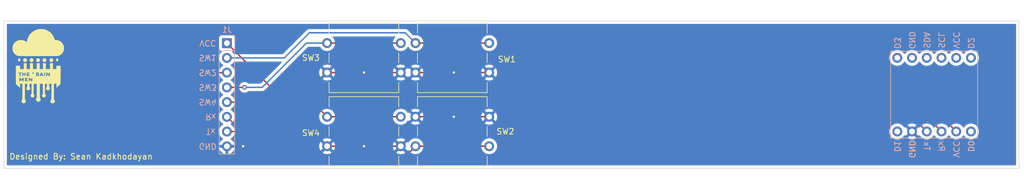
<source format=kicad_pcb>
(kicad_pcb (version 20211014) (generator pcbnew)
  (layers (0 "F.Cu" signal) (31 "B.Cu" power "GND") (34 "B.Paste" user) (35 "F.Paste" user) (36 "B.SilkS" user "B.Silkscreen") (37 "F.SilkS" user "F.Silkscreen") (38 "B.Mask" user) (39 "F.Mask" user) (44 "Edge.Cuts" user))
  (net 0 "")
  (net 1 "VCC")
  (net 2 "Net-(J1-Pad2)")
  (net 3 "Net-(J1-Pad3)")
  (net 4 "Net-(J1-Pad4)")
  (net 5 "Net-(J1-Pad5)")
  (net 6 "Net-(J1-Pad6)")
  (net 7 "Net-(J1-Pad7)")
  (net 8 "GND")
  (footprint "SeanFootprints:COM-10302" (layer "F.Cu") (at 139.954 96.012)
    (fp_text reference "SW2" (at 15.494 -2.54 unlocked) (layer "F.SilkS"))
    (fp_text value "SW_Push")
    (fp_line (start 0.35 -2.54) (end 0.35 -3.37) (layer "F.SilkS") (width 0.12))
    (fp_line (start 0.35 -2.54) (end 0.35 -1.71) (layer "F.SilkS") (width 0.12))
    (fp_line (start 0.35 -8.54) (end 0.35 -6.79) (layer "F.SilkS") (width 0.12))
    (fp_line (start 12.35 -2.54) (end 12.35 -1.71) (layer "F.SilkS") (width 0.12))
    (fp_line (start 12.35 -2.54) (end 12.35 -3.37) (layer "F.SilkS") (width 0.12))
    (fp_line (start 0.35 3.46) (end 0.35 1.71) (layer "F.SilkS") (width 0.12))
    (fp_line (start 12.35 -8.54) (end 0.35 -8.54) (layer "F.SilkS") (width 0.12))
    (fp_line (start 12.35 -8.54) (end 12.35 -6.79) (layer "F.SilkS") (width 0.12))
    (fp_line (start 12.35 3.46) (end 0.35 3.46) (layer "F.SilkS") (width 0.12))
    (fp_line (start 12.35 3.46) (end 12.35 1.71) (layer "F.SilkS") (width 0.12))
    (pad "1" thru_hole circle (at 12.7 0) (size 1.7 1.7) (drill 1) (layers *.Cu *.Mask) (net 3 "Net-(J1-Pad3)"))
    (pad "1" thru_hole circle (at 0 0) (size 1.7 1.7) (drill 1) (layers *.Cu *.Mask) (net 3 "Net-(J1-Pad3)"))
    (pad "2" thru_hole circle (at 0 -5.08) (size 1.7 1.7) (drill 1) (layers *.Cu *.Mask) (net 8 "GND"))
    (pad "2" thru_hole circle (at 12.7 -5.08) (size 1.7 1.7) (drill 1) (layers *.Cu *.Mask) (net 8 "GND"))
  )
  (footprint "LOGO" (layer "F.Cu") (at 74.422 82.296)
    (fp_text reference "G***")
    (fp_text value "LOGO" hide)
    (fp_poly (pts (xy 1.174824 -6.491295) (xy 1.335134 -6.480365) (xy 1.478435 -6.460047) (xy 1.615539 -6.428581) (xy 1.757258 -6.384207) (xy 1.832614 -6.356859) (xy 2.110123 -6.232256) (xy 2.367808 -6.075849) (xy 2.603093 -5.890374) (xy 2.813402 -5.678569) (xy 2.996159 -5.443171) (xy 3.148788 -5.186915) (xy 3.268714 -4.91254) (xy 3.310513 -4.786592) (xy 3.366232 -4.601308) (xy 3.554573 -4.59877) (xy 3.787918 -4.576976) (xy 4.008365 -4.51911) (xy 4.213332 -4.426792) (xy 4.400237 -4.30164) (xy 4.5665 -4.145274) (xy 4.709537 -3.959312) (xy 4.787775 -3.825371) (xy 4.876827 -3.613245) (xy 4.929558 -3.391612) (xy 4.945989 -3.165326) (xy 4.92614 -2.939245) (xy 4.87003 -2.718224) (xy 4.782313 -2.515771) (xy 4.666326 -2.334332) (xy 4.524541 -2.174503) (xy 4.361988 -2.040063) (xy 4.183692 -1.934789) (xy 3.99468 -1.862459) (xy 3.878384 -1.836473) (xy 3.845755 -1.834324) (xy 3.776688 -1.832319) (xy 3.673663 -1.830459) (xy 3.539159 -1.828742) (xy 3.375655 -1.827169) (xy 3.185632 -1.82574) (xy 2.971568 -1.824454) (xy 2.735943 -1.823312) (xy 2.481237 -1.822312) (xy 2.209929 -1.821454) (xy 1.924498 -1.82074) (xy 1.627424 -1.820167) (xy 1.321186 -1.819737) (xy 1.008265 -1.819448) (xy 0.691138 -1.819302) (xy 0.372287 -1.819296) (xy 0.05419 -1.819432) (xy -0.260674 -1.819709) (xy -0.569824 -1.820127) (xy -0.870781 -1.820685) (xy -1.161067 -1.821384) (xy -1.438201 -1.822222) (xy -1.699703 -1.823201) (xy -1.943095 -1.82432) (xy -2.165897 -1.825578) (xy -2.36563 -1.826976) (xy -2.539813 -1.828512) (xy -2.685968 -1.830188) (xy -2.801615 -1.832002) (xy -2.884275 -1.833955) (xy -2.931468 -1.836046) (xy -2.940539 -1.837046) (xy -3.13253 -1.895007) (xy -3.314234 -1.98779) (xy -3.481693 -2.111655) (xy -3.630952 -2.262864) (xy -3.758051 -2.437677) (xy -3.859035 -2.632355) (xy -3.901555 -2.745154) (xy -3.937058 -2.894213) (xy -3.955324 -3.064576) (xy -3.956176 -3.242391) (xy -3.939437 -3.413806) (xy -3.911768 -3.542307) (xy -3.828102 -3.76735) (xy -3.712772 -3.970096) (xy -3.567226 -4.148818) (xy -3.39291 -4.301788) (xy -3.191272 -4.42728) (xy -3.155462 -4.445232) (xy -3.014742 -4.509212) (xy -2.891973 -4.553484) (xy -2.773409 -4.581192) (xy -2.645303 -4.595482) (xy -2.493911 -4.599499) (xy -2.481385 -4.599474) (xy -2.33628 -4.595854) (xy -2.22096 -4.585549) (xy -2.126567 -4.567696) (xy -2.110154 -4.563348) (xy -1.983526 -4.520557) (xy -1.846986 -4.46178) (xy -1.714918 -4.394005) (xy -1.601705 -4.324223) (xy -1.568688 -4.300228) (xy -1.466837 -4.222007) (xy -1.45723 -4.284657) (xy -1.41639 -4.520234) (xy -1.369748 -4.724972) (xy -1.314421 -4.907003) (xy -1.247524 -5.074457) (xy -1.166174 -5.235464) (xy -1.067486 -5.398154) (xy -1.05603 -5.415619) (xy -0.875214 -5.654466) (xy -0.665726 -5.86727) (xy -0.428714 -6.053241) (xy -0.165325 -6.211593) (xy 0.123294 -6.341535) (xy 0.435996 -6.442281) (xy 0.439615 -6.443237) (xy 0.515012 -6.462193) (xy 0.581148 -6.475863) (xy 0.64701 -6.485091) (xy 0.721581 -6.490721) (xy 0.813847 -6.493595) (xy 0.932793 -6.494558) (xy 0.986692 -6.494599)) (layer "F.SilkS") (width 0) (fill solid))
    (fp_poly (pts (xy 3.781323 -1.524847) (xy 3.810017 -1.484137) (xy 3.8457 -1.424032) (xy 3.884029 -1.352733) (xy 3.920663 -1.278441) (xy 3.95126 -1.209356) (xy 3.971479 -1.153681) (xy 3.975345 -1.138668) (xy 3.973141 -1.062183) (xy 3.936704 -0.993628) (xy 3.870875 -0.940796) (xy 3.844806 -0.928648) (xy 3.782777 -0.906802) (xy 3.738628 -0.901752) (xy 3.695544 -0.912312) (xy 3.683 -0.91724) (xy 3.617068 -0.964313) (xy 3.574035 -1.038262) (xy 3.562103 -1.088443) (xy 3.56025 -1.12926) (xy 3.568062 -1.17266) (xy 3.588487 -1.227619) (xy 3.624472 -1.303113) (xy 3.647122 -1.347324) (xy 3.688313 -1.42363) (xy 3.72494 -1.485861) (xy 3.752331 -1.526397) (xy 3.763958 -1.537961)) (layer "F.SilkS") (width 0) (fill solid))
    (fp_poly (pts (xy 0.533323 -1.450976) (xy 0.626209 -1.415469) (xy 0.705376 -1.354756) (xy 0.764394 -1.271834) (xy 0.796833 -1.169698) (xy 0.801077 -1.11335) (xy 0.782591 -1.011026) (xy 0.731211 -0.919147) (xy 0.653052 -0.845856) (xy 0.568584 -0.803736) (xy 0.476304 -0.783904) (xy 0.390438 -0.792867) (xy 0.320451 -0.818768) (xy 0.230634 -0.878932) (xy 0.170977 -0.963789) (xy 0.142003 -1.072563) (xy 0.140767 -1.085289) (xy 0.144928 -1.207745) (xy 0.179255 -1.307019) (xy 0.236654 -1.376308) (xy 0.332116 -1.434392) (xy 0.433149 -1.458282)) (layer "F.SilkS") (width 0) (fill solid))
    (fp_poly (pts (xy -2.769551 -1.518803) (xy -2.739899 -1.472979) (xy -2.701758 -1.407788) (xy -2.673666 -1.356797) (xy -2.614783 -1.232937) (xy -2.58517 -1.132383) (xy -2.585055 -1.0523) (xy -2.614663 -0.989852) (xy -2.674221 -0.942203) (xy -2.708003 -0.926013) (xy -2.780102 -0.903221) (xy -2.839362 -0.905497) (xy -2.896086 -0.929226) (xy -2.957157 -0.97872) (xy -2.987851 -1.045625) (xy -2.988172 -1.131732) (xy -2.958121 -1.238832) (xy -2.897702 -1.368715) (xy -2.896797 -1.37041) (xy -2.856273 -1.442518) (xy -2.82089 -1.498669) (xy -2.795327 -1.531807) (xy -2.785957 -1.537601)) (layer "F.SilkS") (width 0) (fill solid))
    (fp_poly (pts (xy 1.690458 -1.439263) (xy 1.773266 -1.392594) (xy 1.839639 -1.325564) (xy 1.886432 -1.243969) (xy 1.910502 -1.153604) (xy 1.908704 -1.060266) (xy 1.877893 -0.969751) (xy 1.814926 -0.887855) (xy 1.799588 -0.874185) (xy 1.704337 -0.81574) (xy 1.59877 -0.78731) (xy 1.493571 -0.790816) (xy 1.435713 -0.808767) (xy 1.357163 -0.860982) (xy 1.291251 -0.937638) (xy 1.248582 -1.025071) (xy 1.240319 -1.060526) (xy 1.240219 -1.177638) (xy 1.274164 -1.281513) (xy 1.33867 -1.3667) (xy 1.430253 -1.42775) (xy 1.488115 -1.448332) (xy 1.59436 -1.459774)) (layer "F.SilkS") (width 0) (fill solid))
    (fp_poly (pts (xy 0.410194 1.161767) (xy 0.460977 1.188068) (xy 0.481383 1.224919) (xy 0.485087 1.267902) (xy 0.465511 1.295284) (xy 0.416333 1.312931) (xy 0.378966 1.319887) (xy 0.32792 1.326174) (xy 0.302686 1.318686) (xy 0.290617 1.29057) (xy 0.286158 1.269599) (xy 0.275501 1.205159) (xy 0.278263 1.169915) (xy 0.297428 1.155402) (xy 0.327269 1.153036)) (layer "F.SilkS") (width 0) (fill solid))
    (fp_poly (pts (xy -1.495493 -0.174101) (xy -1.498404 -0.043169) (xy -1.499868 0.078974) (xy -1.499898 0.185379) (xy -1.49851 0.269094) (xy -1.495719 0.323168) (xy -1.494398 0.333899) (xy -1.481488 0.410308) (xy -0.937846 0.410308) (xy -0.937846 -0.605692) (xy -0.410308 -0.605692) (xy -0.410308 0.410308) (xy 0.234461 0.410308) (xy 0.234461 -0.605692) (xy 0.762 -0.605692) (xy 0.762 0.410308) (xy 1.040423 0.410324) (xy 1.318846 0.410341) (xy 1.313036 -0.097676) (xy 1.307226 -0.605692) (xy 1.817077 -0.605692) (xy 1.817077 0.410308) (xy 2.173654 0.410321) (xy 2.530231 0.410335) (xy 2.524713 -0.097679) (xy 2.519196 -0.605692) (xy 3.028461 -0.605692) (xy 3.028461 0.410308) (xy 3.614615 0.410308) (xy 3.614615 -0.156308) (xy 4.357946 -0.156308) (xy 4.3556 1.392115) (xy 4.355062 1.635358) (xy 4.354219 1.867761) (xy 4.353103 2.086293) (xy 4.351744 2.287925) (xy 4.350173 2.469625) (xy 4.34842 2.628362) (xy 4.346517 2.761104) (xy 4.344494 2.864822) (xy 4.342381 2.936485) (xy 4.34021 2.97306) (xy 4.339516 2.976839) (xy 4.321641 2.999724) (xy 4.2788 3.044551) (xy 4.215182 3.107243) (xy 4.134977 3.183722) (xy 4.042375 3.269913) (xy 3.975082 3.331428) (xy 3.624384 3.649718) (xy 3.613734 2.950308) (xy 3.204308 2.950308) (xy 3.204308 5.611096) (xy 3.270382 5.688289) (xy 3.315463 5.752819) (xy 3.351336 5.824605) (xy 3.360291 5.850612) (xy 3.373108 5.960786) (xy 3.352275 6.064038) (xy 3.303128 6.156121) (xy 3.231003 6.232787) (xy 3.141236 6.289791) (xy 3.039162 6.322887) (xy 2.930117 6.327826) (xy 2.819436 6.300364) (xy 2.803769 6.293533) (xy 2.703997 6.228289) (xy 2.632946 6.141975) (xy 2.591783 6.041234) (xy 2.581677 5.932705) (xy 2.603796 5.823032) (xy 2.659308 5.718854) (xy 2.695129 5.675923) (xy 2.750585 5.617308) (xy 2.757638 4.288692) (xy 2.764692 2.960077) (xy 2.574192 2.954485) (xy 2.383692 2.948892) (xy 2.383692 3.210341) (xy 2.384126 3.316917) (xy 2.386091 3.39152) (xy 2.39058 3.441251) (xy 2.398586 3.473211) (xy 2.411102 3.4945) (xy 2.425466 3.50901) (xy 2.478524 3.579711) (xy 2.510935 3.671032) (xy 2.520185 3.768974) (xy 2.503757 3.859542) (xy 2.492898 3.884239) (xy 2.425169 3.973846) (xy 2.332238 4.040227) (xy 2.223903 4.07753) (xy 2.159157 4.083538) (xy 2.069527 4.066117) (xy 1.982098 4.019303) (xy 1.909828 3.951271) (xy 1.881607 3.908473) (xy 1.842489 3.799695) (xy 1.842146 3.695457) (xy 1.88044 3.59673) (xy 1.936114 3.525134) (xy 1.99414 3.464961) (xy 1.983154 2.960077) (xy 1.821961 2.954402) (xy 1.660769 2.948727) (xy 1.660668 3.628479) (xy 1.660289 3.797364) (xy 1.659262 3.962162) (xy 1.657672 4.116672) (xy 1.655608 4.254692) (xy 1.653156 4.370021) (xy 1.650403 4.456457) (xy 1.648517 4.493846) (xy 1.636467 4.679461) (xy 1.698942 4.747846) (xy 1.774182 4.849532) (xy 1.810907 4.948717) (xy 1.809436 5.047243) (xy 1.770088 5.146956) (xy 1.768507 5.149676) (xy 1.702693 5.227991) (xy 1.616982 5.281423) (xy 1.519792 5.309315) (xy 1.419542 5.31101) (xy 1.324651 5.285853) (xy 1.243537 5.233187) (xy 1.208605 5.193327) (xy 1.160099 5.093585) (xy 1.146063 4.985591) (xy 1.165976 4.878486) (xy 1.219312 4.781411) (xy 1.233118 4.764926) (xy 1.289935 4.701286) (xy 1.284852 3.830681) (xy 1.279769 2.960077) (xy 1.030654 2.954608) (xy 0.781538 2.94914) (xy 0.781538 4.138935) (xy 0.781568 4.38416) (xy 0.781722 4.593324) (xy 0.782097 4.769442) (xy 0.782788 4.91553) (xy 0.783892 5.034602) (xy 0.785505 5.129676) (xy 0.787724 5.203765) (xy 0.790644 5.259886) (xy 0.794363 5.301055) (xy 0.798976 5.330286) (xy 0.80458 5.350595) (xy 0.81127 5.364998) (xy 0.819144 5.37651) (xy 0.821135 5.379069) (xy 0.885022 5.489846) (xy 0.916038 5.613269) (xy 0.918308 5.656384) (xy 0.901261 5.773062) (xy 0.854148 5.87255) (xy 0.783006 5.952605) (xy 0.693874 6.010983) (xy 0.59279 6.045441) (xy 0.485794 6.053736) (xy 0.378924 6.033623) (xy 0.278218 5.98286) (xy 0.207696 5.920395) (xy 0.140741 5.820227) (xy 0.105575 5.708424) (xy 0.102536 5.593294) (xy 0.131961 5.48315) (xy 0.186366 5.395286) (xy 0.234461 5.338128) (xy 0.234461 2.949173) (xy -0.024423 2.954625) (xy -0.283308 2.960077) (xy -0.293486 4.692043) (xy -0.230992 4.779064) (xy -0.188097 4.850776) (xy -0.166574 4.924402) (xy -0.160638 4.977927) (xy -0.158429 5.046681) (xy -0.167111 5.095227) (xy -0.191726 5.141997) (xy -0.21437 5.174311) (xy -0.290609 5.253951) (xy -0.380508 5.298968) (xy -0.489478 5.311738) (xy -0.522888 5.309964) (xy -0.633591 5.283931) (xy -0.721623 5.228236) (xy -0.78319 5.146436) (xy -0.814499 5.04209) (xy -0.815275 5.035703) (xy -0.812092 4.923692) (xy -0.777515 4.827315) (xy -0.720229 4.758346) (xy -0.661527 4.708952) (xy -0.658033 3.834514) (xy -0.654539 2.960077) (xy -1.006231 2.960077) (xy -1.011711 3.210819) (xy -1.017192 3.461561) (xy -0.958862 3.527995) (xy -0.916026 3.58837) (xy -0.883127 3.654555) (xy -0.878252 3.668794) (xy -0.867498 3.767099) (xy -0.890627 3.861725) (xy -0.942515 3.94666) (xy -1.018037 4.015893) (xy -1.11207 4.063411) (xy -1.219489 4.083203) (xy -1.231668 4.083429) (xy -1.294307 4.070729) (xy -1.368442 4.037948) (xy -1.43873 3.993403) (xy -1.489826 3.945414) (xy -1.492283 3.942147) (xy -1.525299 3.872187) (xy -1.540142 3.786106) (xy -1.537989 3.694625) (xy -1.520019 3.608467) (xy -1.487407 3.538351) (xy -1.4433 3.496021) (xy -1.428486 3.484643) (xy -1.418289 3.464773) (xy -1.411866 3.429869) (xy -1.408373 3.373386) (xy -1.406965 3.288782) (xy -1.406769 3.212682) (xy -1.406769 2.948892) (xy -1.597269 2.954485) (xy -1.787769 2.960077) (xy -1.797813 5.610775) (xy -1.732428 5.687163) (xy -1.660949 5.794626) (xy -1.628148 5.904381) (xy -1.634177 6.015611) (xy -1.65896 6.088249) (xy -1.724968 6.191471) (xy -1.816207 6.264935) (xy -1.903662 6.30166) (xy -1.97587 6.321056) (xy -2.028323 6.327286) (xy -2.077806 6.321038) (xy -2.117023 6.310403) (xy -2.211921 6.265704) (xy -2.295425 6.196872) (xy -2.343574 6.132752) (xy -2.374924 6.044717) (xy -2.383219 5.943088) (xy -2.370141 5.839729) (xy -2.337369 5.746503) (xy -2.286585 5.675275) (xy -2.277659 5.667339) (xy -2.271626 5.659185) (xy -2.266426 5.643657) (xy -2.262 5.618048) (xy -2.258287 5.579651) (xy -2.255226 5.525757) (xy -2.252756 5.453659) (xy -2.250817 5.360649) (xy -2.249348 5.244019) (xy -2.248289 5.101062) (xy -2.247577 4.929069) (xy -2.247154 4.725334) (xy -2.246958 4.487148) (xy -2.246923 4.296069) (xy -2.246923 2.950308) (xy -2.636811 2.950308) (xy -2.642136 3.302697) (xy -2.647462 3.655087) (xy -2.784231 3.534286) (xy -2.85433 3.471786) (xy -2.941521 3.393185) (xy -3.034239 3.308949) (xy -3.113765 3.236125) (xy -3.187304 3.168775) (xy -3.252094 3.110017) (xy -3.301893 3.065471) (xy -3.330462 3.040753) (xy -3.33302 3.038729) (xy -3.337937 3.029329) (xy -3.342283 3.007486) (xy -3.346102 2.970895) (xy -3.349441 2.91725) (xy -3.352345 2.844245) (xy -3.35486 2.749573) (xy -3.357032 2.630929) (xy -3.358907 2.486007) (xy -3.360531 2.3125) (xy -3.360632 2.29795) (xy -2.751932 2.29795) (xy -2.751759 2.385718) (xy -2.750211 2.452547) (xy -2.747401 2.490543) (xy -2.746344 2.495097) (xy -2.721891 2.512254) (xy -2.674478 2.520343) (xy -2.667613 2.520461) (xy -2.62229 2.517635) (xy -2.60222 2.501412) (xy -2.59594 2.460177) (xy -2.595297 2.447192) (xy -2.593941 2.376978) (xy -2.595291 2.309741) (xy -2.59534 2.308781) (xy -2.591637 2.262913) (xy -2.574544 2.253044) (xy -2.544981 2.278814) (xy -2.50387 2.33986) (xy -2.500199 2.346104) (xy -2.462922 2.401309) (xy -2.42747 2.42917) (xy -2.387991 2.438619) (xy -2.350912 2.438589) (xy -2.322625 2.42465) (xy -2.293158 2.389258) (xy -2.265341 2.345812) (xy -2.230083 2.293022) (xy -2.200806 2.257144) (xy -2.186632 2.246923) (xy -2.177862 2.264814) (xy -2.171489 2.311926) (xy -2.168789 2.378423) (xy -2.168769 2.384872) (xy -2.168769 2.52282) (xy -2.140266 2.520461) (xy -1.797539 2.520461) (xy -1.328616 2.520461) (xy -1.328616 2.388667) (xy -1.127856 2.388667) (xy -1.127597 2.456136) (xy -1.125094 2.495045) (xy -1.123483 2.500889) (xy -1.097486 2.514125) (xy -1.05013 2.520385) (xy -1.044155 2.520461) (xy -0.976923 2.520461) (xy -0.976923 2.198939) (xy -0.815323 2.3597) (xy -0.741914 2.43108) (xy -0.688366 2.478202) (xy -0.648216 2.505691) (xy -0.615003 2.518171) (xy -0.590631 2.520461) (xy -0.527539 2.520461) (xy -0.527539 1.934308) (xy -0.683846 1.934308) (xy -0.683846 2.080846) (xy -0.685812 2.15089) (xy -0.691012 2.202705) (xy -0.6984 2.226744) (xy -0.699901 2.227384) (xy -0.719165 2.214132) (xy -0.759117 2.178197) (xy -0.813625 2.125315) (xy -0.86706 2.071077) (xy -0.950649 1.988875) (xy -1.012951 1.937441) (xy -1.055319 1.915694) (xy -1.0631 1.914769) (xy -1.080657 1.91609) (xy -1.09328 1.923995) (xy -1.102195 1.944397) (xy -1.108626 1.98321) (xy -1.1138 2.046346) (xy -1.118941 2.13972) (xy -1.121808 2.198042) (xy -1.125913 2.300137) (xy -1.127856 2.388667) (xy -1.328616 2.388667) (xy -1.328616 2.383692) (xy -1.482833 2.383692) (xy -1.573208 2.380881) (xy -1.627052 2.372234) (xy -1.646032 2.359269) (xy -1.651499 2.323377) (xy -1.632745 2.300874) (xy -1.58494 2.289251) (xy -1.504952 2.286) (xy -1.434309 2.285081) (xy -1.393223 2.280102) (xy -1.372182 2.267726) (xy -1.361673 2.244617) (xy -1.359091 2.234848) (xy -1.352543 2.194103) (xy -1.355215 2.174734) (xy -1.377786 2.169869) (xy -1.428742 2.1655) (xy -1.497396 2.162521) (xy -1.502694 2.162386) (xy -1.574917 2.15969) (xy -1.616457 2.15414) (xy -1.635709 2.142914) (xy -1.641067 2.123191) (xy -1.641221 2.115828) (xy -1.638599 2.094536) (xy -1.62552 2.08125) (xy -1.594185 2.073607) (xy -1.536792 2.069243) (xy -1.480039 2.066982) (xy -1.318846 2.061308) (xy -1.318846 1.992923) (xy -1.322175 1.946997) (xy -1.338297 1.928477) (xy -1.372577 1.925759) (xy -1.415687 1.926681) (xy -1.485779 1.92812) (xy -1.570765 1.929828) (xy -1.611923 1.930644) (xy -1.797539 1.934308) (xy -1.797539 2.520461) (xy -2.140266 2.520461) (xy -2.022231 2.510692) (xy -2.011417 1.934308) (xy -2.094978 1.93558) (xy -2.13576 1.937563) (xy -2.16582 1.946338) (xy -2.192992 1.968365) (xy -2.225112 2.010107) (xy -2.270017 2.078025) (xy -2.27267 2.082118) (xy -2.315988 2.146734) (xy -2.352052 2.196417) (xy -2.375336 2.223728) (xy -2.380132 2.22674) (xy -2.396605 2.211694) (xy -2.43026 2.171677) (xy -2.475543 2.113503) (xy -2.508427 2.06939) (xy -2.562289 1.997426) (xy -2.600439 1.951985) (xy -2.629412 1.927466) (xy -2.655742 1.918265) (xy -2.684273 1.918611) (xy -2.745154 1.924538) (xy -2.750616 2.197136) (xy -2.751932 2.29795) (xy -3.360632 2.29795) (xy -3.361948 2.108103) (xy -3.363206 1.87051) (xy -3.364203 1.632494) (xy 0.136769 1.632494) (xy 0.215335 1.625002) (xy 0.266143 1.616882) (xy 0.287767 1.601297) (xy 0.29045 1.575639) (xy 0.290835 1.504812) (xy 0.306435 1.469933) (xy 0.336975 1.471073) (xy 0.382175 1.508306) (xy 0.412657 1.543538) (xy 0.456115 1.591789) (xy 0.4942 1.615008) (xy 0.541743 1.621614) (xy 0.550347 1.621692) (xy 0.726346 1.621692) (xy 0.81044 1.621692) (xy 0.864735 1.618677) (xy 0.892489 1.605461) (xy 0.906034 1.575793) (xy 0.906792 1.572846) (xy 0.915529 1.547684) (xy 0.932035 1.533081) (xy 0.965392 1.526177) (xy 1.024683 1.524112) (xy 1.061917 1.524) (xy 1.13656 1.525064) (xy 1.182138 1.530182) (xy 1.208646 1.542243) (xy 1.226079 1.564136) (xy 1.230923 1.572846) (xy 1.258232 1.606887) (xy 1.300324 1.620349) (xy 1.331917 1.621692) (xy 1.379737 1.618303) (xy 1.405627 1.60988) (xy 1.407116 1.607038) (xy 1.399049 1.585398) (xy 1.376518 1.534912) (xy 1.34239 1.461757) (xy 1.299532 1.372112) (xy 1.266526 1.304192) (xy 1.21413 1.197602) (xy 1.175218 1.121172) (xy 1.146254 1.069892) (xy 1.123699 1.038748) (xy 1.104015 1.022727) (xy 1.083664 1.016818) (xy 1.063116 1.016) (xy 1.016797 1.022896) (xy 0.990695 1.039574) (xy 0.990298 1.040423) (xy 0.97895 1.065927) (xy 0.954439 1.120248) (xy 0.919815 1.196649) (xy 0.878129 1.28839) (xy 0.85315 1.343269) (xy 0.726346 1.621692) (xy 0.550347 1.621692) (xy 0.598078 1.618227) (xy 0.623793 1.609614) (xy 0.625231 1.606689) (xy 0.615102 1.582787) (xy 0.589509 1.539769) (xy 0.57485 1.517544) (xy 0.524469 1.443402) (xy 0.57485 1.396711) (xy 0.61344 1.336581) (xy 0.626868 1.260114) (xy 0.617135 1.179061) (xy 0.586243 1.105175) (xy 0.536194 1.05021) (xy 0.513621 1.037203) (xy 0.472736 1.027315) (xy 0.40549 1.019888) (xy 0.324582 1.016193) (xy 0.301927 1.016) (xy 0.136769 1.016) (xy 0.136769 1.632494) (xy -3.364203 1.632494) (xy -3.36435 1.597415) (xy -3.364947 1.431187) (xy -3.366135 1.084384) (xy -2.891692 1.084384) (xy -2.889816 1.126403) (xy -2.877095 1.1463) (xy -2.842896 1.152347) (xy -2.803769 1.152769) (xy -2.715846 1.152769) (xy -2.715846 1.621692) (xy -2.559539 1.621692) (xy -2.246923 1.621692) (xy -2.090616 1.621692) (xy -2.090616 1.385366) (xy -1.9685 1.391183) (xy -1.846385 1.397) (xy -1.834665 1.621692) (xy -1.699846 1.621692) (xy -1.699846 1.040423) (xy -1.484991 1.040423) (xy -1.484967 1.064233) (xy -1.484947 1.119768) (xy -1.484932 1.199678) (xy -1.484924 1.296612) (xy -1.484923 1.338384) (xy -1.484923 1.621692) (xy -1.016 1.621692) (xy -1.016 1.484923) (xy -1.172308 1.484923) (xy -1.24983 1.484402) (xy -1.296249 1.48118) (xy -1.319537 1.472764) (xy -1.327667 1.456662) (xy -1.328616 1.436077) (xy -1.326361 1.409727) (xy -1.313685 1.395102) (xy -1.28172 1.388758) (xy -1.221599 1.387254) (xy -1.202769 1.387231) (xy -1.136648 1.385108) (xy -1.087792 1.379565) (xy -1.067796 1.372465) (xy -1.06441 1.344141) (xy -1.068921 1.304081) (xy -1.076264 1.275869) (xy -1.090924 1.259832) (xy -1.122174 1.252535) (xy -1.179284 1.250542) (xy -1.213663 1.250461) (xy -1.287954 1.248784) (xy -1.329623 1.241429) (xy -1.345062 1.224917) (xy -1.340664 1.195765) (xy -1.336294 1.183675) (xy -1.321945 1.167487) (xy -1.289139 1.157907) (xy -1.230252 1.153515) (xy -1.170217 1.152769) (xy -1.016 1.152769) (xy -1.016 1.074615) (xy -0.508552 1.074615) (xy -0.505402 1.15095) (xy -0.47356 1.203649) (xy -0.415741 1.22911) (xy -0.390769 1.230923) (xy -0.338516 1.220498) (xy -0.304242 1.20022) (xy -0.278208 1.149296) (xy -0.277632 1.084694) (xy -0.30254 1.022404) (xy -0.303954 1.020347) (xy -0.312534 1.013641) (xy 1.543538 1.013641) (xy 1.543538 1.624051) (xy 1.572041 1.621692) (xy 1.895231 1.621692) (xy 2.032 1.621692) (xy 2.032 1.465384) (xy 2.033859 1.392797) (xy 2.038799 1.338137) (xy 2.045866 1.310647) (xy 2.04815 1.309077) (xy 2.067488 1.322289) (xy 2.107599 1.358122) (xy 2.162336 1.410866) (xy 2.21641 1.465384) (xy 2.289011 1.537781) (xy 2.342369 1.584873) (xy 2.382503 1.611172) (xy 2.415431 1.621188) (xy 2.424953 1.621692) (xy 2.481384 1.621692) (xy 2.481384 1.013641) (xy 2.334846 1.025769) (xy 2.325077 1.177815) (xy 2.315308 1.329862) (xy 2.159458 1.172931) (xy 2.084049 1.099425) (xy 2.028329 1.051565) (xy 1.986726 1.025186) (xy 1.953665 1.016124) (xy 1.94942 1.016) (xy 1.895231 1.016) (xy 1.895231 1.621692) (xy 1.572041 1.621692) (xy 1.616808 1.617987) (xy 1.690077 1.611923) (xy 1.690077 1.025769) (xy 1.616808 1.019705) (xy 1.543538 1.013641) (xy -0.312534 1.013641) (xy -0.348417 0.985594) (xy -0.403522 0.979178) (xy -0.456935 0.997827) (xy -0.496324 1.038269) (xy -0.508552 1.074615) (xy -1.016 1.074615) (xy -1.016 1.014797) (xy -1.25053 1.020283) (xy -1.34105 1.023543) (xy -1.41533 1.028392) (xy -1.465822 1.034183) (xy -1.484979 1.040268) (xy -1.484991 1.040423) (xy -1.699846 1.040423) (xy -1.699846 1.016) (xy -1.836616 1.016) (xy -1.836616 1.250461) (xy -2.090616 1.250461) (xy -2.090616 1.016) (xy -2.246923 1.016) (xy -2.246923 1.621692) (xy -2.559539 1.621692) (xy -2.559539 1.152769) (xy -2.471616 1.152769) (xy -2.417592 1.151309) (xy -2.39201 1.141415) (xy -2.384235 1.114816) (xy -2.383692 1.084384) (xy -2.383692 1.016) (xy -2.891692 1.016) (xy -2.891692 1.084384) (xy -3.366135 1.084384) (xy -3.370385 -0.156318) (xy -3.004039 -0.156313) (xy -2.637692 -0.156308) (xy -2.637477 0.053731) (xy -2.636252 0.149102) (xy -2.633123 0.237693) (xy -2.628617 0.307357) (xy -2.625152 0.337038) (xy -2.613041 0.410308) (xy -1.992923 0.410308) (xy -1.992923 -0.605692) (xy -1.483679 -0.605692)) (layer "F.SilkS") (width 0) (fill solid))
    (fp_poly (pts (xy -0.561473 -1.444852) (xy -0.476155 -1.403443) (xy -0.405737 -1.340767) (xy -0.354648 -1.26125) (xy -0.327314 -1.169321) (xy -0.328164 -1.069405) (xy -0.361625 -0.965931) (xy -0.386988 -0.921681) (xy -0.429084 -0.880756) (xy -0.495394 -0.839673) (xy -0.571705 -0.805361) (xy -0.643802 -0.784749) (xy -0.674077 -0.781745) (xy -0.72798 -0.790443) (xy -0.793253 -0.812475) (xy -0.815922 -0.822767) (xy -0.907109 -0.886039) (xy -0.96545 -0.970172) (xy -0.992285 -1.077104) (xy -0.99232 -1.077465) (xy -0.987895 -1.190832) (xy -0.954437 -1.291571) (xy -0.895365 -1.371256) (xy -0.862556 -1.397205) (xy -0.759101 -1.44616) (xy -0.657264 -1.460567)) (layer "F.SilkS") (width 0) (fill solid))
    (fp_poly (pts (xy 1.079273 1.281717) (xy 1.09631 1.307926) (xy 1.123874 1.355656) (xy 1.128448 1.378929) (xy 1.10759 1.386531) (xy 1.074243 1.387231) (xy 1.033767 1.383762) (xy 1.022541 1.36583) (xy 1.028098 1.3335) (xy 1.043453 1.280317) (xy 1.058679 1.263743)) (layer "F.SilkS") (width 0) (fill solid))
    (fp_poly (pts (xy -1.70499 -1.454216) (xy -1.613488 -1.419514) (xy -1.535557 -1.35942) (xy -1.476 -1.280515) (xy -1.43962 -1.189382) (xy -1.431219 -1.092602) (xy -1.455601 -0.996759) (xy -1.461128 -0.985298) (xy -1.515793 -0.900031) (xy -1.582609 -0.843019) (xy -1.654591 -0.809846) (xy -1.74407 -0.78657) (xy -1.822203 -0.789387) (xy -1.906536 -0.81859) (xy -1.999292 -0.878677) (xy -2.062503 -0.956651) (xy -2.097191 -1.046057) (xy -2.104382 -1.140441) (xy -2.085099 -1.233348) (xy -2.040367 -1.318324) (xy -1.971209 -1.388914) (xy -1.878649 -1.438664) (xy -1.805262 -1.456944)) (layer "F.SilkS") (width 0) (fill solid))
    (fp_poly (pts (xy 2.896944 -1.433049) (xy 2.980594 -1.381157) (xy 3.017227 -1.341525) (xy 3.074704 -1.238019) (xy 3.096311 -1.133019) (xy 3.08456 -1.032364) (xy 3.041965 -0.941897) (xy 2.971038 -0.867459) (xy 2.87429 -0.81489) (xy 2.781139 -0.79265) (xy 2.717216 -0.790525) (xy 2.660601 -0.797885) (xy 2.655542 -0.799357) (xy 2.557812 -0.849354) (xy 2.484295 -0.924827) (xy 2.43788 -1.018505) (xy 2.421456 -1.123119) (xy 2.437912 -1.231397) (xy 2.461239 -1.288348) (xy 2.522027 -1.368433) (xy 2.604595 -1.423769) (xy 2.70034 -1.453532) (xy 2.800657 -1.4569)) (layer "F.SilkS") (width 0) (fill solid))
  )
  (footprint "SeanFootprints:COM-10302" (layer "F.Cu") (at 137.414 78.232 180)
    (fp_text reference "SW3" (at 15.494 -2.54 unlocked) (layer "F.SilkS"))
    (fp_text value "SW_Push")
    (fp_line (start 0.35 -2.54) (end 0.35 -3.37) (layer "F.SilkS") (width 0.12))
    (fp_line (start 12.35 -2.54) (end 12.35 -1.71) (layer "F.SilkS") (width 0.12))
    (fp_line (start 12.35 -2.54) (end 12.35 -3.37) (layer "F.SilkS") (width 0.12))
    (fp_line (start 12.35 -8.54) (end 0.35 -8.54) (layer "F.SilkS") (width 0.12))
    (fp_line (start 0.35 3.46) (end 0.35 1.71) (layer "F.SilkS") (width 0.12))
    (fp_line (start 12.35 -8.54) (end 12.35 -6.79) (layer "F.SilkS") (width 0.12))
    (fp_line (start 0.35 -8.54) (end 0.35 -6.79) (layer "F.SilkS") (width 0.12))
    (fp_line (start 0.35 -2.54) (end 0.35 -1.71) (layer "F.SilkS") (width 0.12))
    (fp_line (start 12.35 3.46) (end 0.35 3.46) (layer "F.SilkS") (width 0.12))
    (fp_line (start 12.35 3.46) (end 12.35 1.71) (layer "F.SilkS") (width 0.12))
    (pad "1" thru_hole circle (at 0 0 180) (size 1.7 1.7) (drill 1) (layers *.Cu *.Mask) (net 4 "Net-(J1-Pad4)"))
    (pad "1" thru_hole circle (at 12.7 0 180) (size 1.7 1.7) (drill 1) (layers *.Cu *.Mask) (net 4 "Net-(J1-Pad4)"))
    (pad "2" thru_hole circle (at 0 -5.08 180) (size 1.7 1.7) (drill 1) (layers *.Cu *.Mask) (net 8 "GND"))
    (pad "2" thru_hole circle (at 12.7 -5.08 180) (size 1.7 1.7) (drill 1) (layers *.Cu *.Mask) (net 8 "GND"))
  )
  (footprint "SeanFootprints:COM-10302" (layer "F.Cu") (at 152.654 78.232 180)
    (fp_text reference "SW1" (at -3.048 -2.794 unlocked) (layer "F.SilkS"))
    (fp_text value "SW_Push")
    (fp_line (start 12.35 3.46) (end 12.35 1.71) (layer "F.SilkS") (width 0.12))
    (fp_line (start 0.35 3.46) (end 0.35 1.71) (layer "F.SilkS") (width 0.12))
    (fp_line (start 0.35 -8.54) (end 0.35 -6.79) (layer "F.SilkS") (width 0.12))
    (fp_line (start 0.35 -2.54) (end 0.35 -1.71) (layer "F.SilkS") (width 0.12))
    (fp_line (start 12.35 -2.54) (end 12.35 -3.37) (layer "F.SilkS") (width 0.12))
    (fp_line (start 0.35 -2.54) (end 0.35 -3.37) (layer "F.SilkS") (width 0.12))
    (fp_line (start 12.35 3.46) (end 0.35 3.46) (layer "F.SilkS") (width 0.12))
    (fp_line (start 12.35 -8.54) (end 12.35 -6.79) (layer "F.SilkS") (width 0.12))
    (fp_line (start 12.35 -2.54) (end 12.35 -1.71) (layer "F.SilkS") (width 0.12))
    (fp_line (start 12.35 -8.54) (end 0.35 -8.54) (layer "F.SilkS") (width 0.12))
    (pad "1" thru_hole circle (at 12.7 0 180) (size 1.7 1.7) (drill 1) (layers *.Cu *.Mask) (net 2 "Net-(J1-Pad2)"))
    (pad "1" thru_hole circle (at 0 0 180) (size 1.7 1.7) (drill 1) (layers *.Cu *.Mask) (net 2 "Net-(J1-Pad2)"))
    (pad "2" thru_hole circle (at 0 -5.08 180) (size 1.7 1.7) (drill 1) (layers *.Cu *.Mask) (net 8 "GND"))
    (pad "2" thru_hole circle (at 12.7 -5.08 180) (size 1.7 1.7) (drill 1) (layers *.Cu *.Mask) (net 8 "GND"))
  )
  (footprint "SeanFootprints:COM-10302" (layer "F.Cu") (at 137.414 90.932 180)
    (fp_text reference "SW4" (at 15.494 -2.794 unlocked) (layer "F.SilkS"))
    (fp_text value "SW_Push")
    (fp_line (start 0.35 -2.54) (end 0.35 -3.37) (layer "F.SilkS") (width 0.12))
    (fp_line (start 0.35 -8.54) (end 0.35 -6.79) (layer "F.SilkS") (width 0.12))
    (fp_line (start 0.35 3.46) (end 0.35 1.71) (layer "F.SilkS") (width 0.12))
    (fp_line (start 12.35 -8.54) (end 0.35 -8.54) (layer "F.SilkS") (width 0.12))
    (fp_line (start 12.35 -2.54) (end 12.35 -3.37) (layer "F.SilkS") (width 0.12))
    (fp_line (start 12.35 -2.54) (end 12.35 -1.71) (layer "F.SilkS") (width 0.12))
    (fp_line (start 12.35 3.46) (end 0.35 3.46) (layer "F.SilkS") (width 0.12))
    (fp_line (start 0.35 -2.54) (end 0.35 -1.71) (layer "F.SilkS") (width 0.12))
    (fp_line (start 12.35 -8.54) (end 12.35 -6.79) (layer "F.SilkS") (width 0.12))
    (fp_line (start 12.35 3.46) (end 12.35 1.71) (layer "F.SilkS") (width 0.12))
    (pad "1" thru_hole circle (at 12.7 0 180) (size 1.7 1.7) (drill 1) (layers *.Cu *.Mask) (net 5 "Net-(J1-Pad5)"))
    (pad "1" thru_hole circle (at 0 0 180) (size 1.7 1.7) (drill 1) (layers *.Cu *.Mask) (net 5 "Net-(J1-Pad5)"))
    (pad "2" thru_hole circle (at 0 -5.08 180) (size 1.7 1.7) (drill 1) (layers *.Cu *.Mask) (net 8 "GND"))
    (pad "2" thru_hole circle (at 12.7 -5.08 180) (size 1.7 1.7) (drill 1) (layers *.Cu *.Mask) (net 8 "GND"))
  )
  (footprint "SeanFootprints:WT901" (layer "B.Cu") (at 223.012 93.472 90)
    (fp_text reference "U1")
    (fp_text value "WT901")
    (fp_text user "D1" (at -2.54 0 270 unlocked) (layer "B.SilkS") (effects (justify mirror)))
    (fp_text user "SCL" (at 15.748 7.62 270 unlocked) (layer "B.SilkS") (effects (justify mirror)))
    (fp_text user "Tx" (at -2.54 5.08 270 unlocked) (layer "B.SilkS") (effects (justify mirror)))
    (fp_text user "Rx" (at -2.54 7.62 270 unlocked) (layer "B.SilkS") (effects (justify mirror)))
    (fp_text user "VCC" (at -3.048 10.16 270 unlocked) (layer "B.SilkS") (effects (justify mirror)))
    (fp_text user "GND" (at -3.048 2.54 270 unlocked) (layer "B.SilkS") (effects (justify mirror)))
    (fp_text user "GND" (at 15.748 2.54 270 unlocked) (layer "B.SilkS") (effects (justify mirror)))
    (fp_text user "D0" (at -2.54 12.7 270 unlocked) (layer "B.SilkS") (effects (justify mirror)))
    (fp_text user "D3" (at 15.24 0 270 unlocked) (layer "B.SilkS") (effects (justify mirror)))
    (fp_text user "D2" (at 15.24 12.7 270 unlocked) (layer "B.SilkS") (effects (justify mirror)))
    (fp_text user "VCC" (at 15.748 10.16 270 unlocked) (layer "B.SilkS") (effects (justify mirror)))
    (fp_text user "SDA" (at 15.748 5.08 270 unlocked) (layer "B.SilkS") (effects (justify mirror)))
    (fp_rect (start -1.15 13.85) (end 13.85 -1.15) (layer "B.SilkS") (width 0.12) (fill none))
    (pad "1" thru_hole circle (at 0 12.7 90) (size 1.7 1.7) (drill 1) (layers *.Cu *.Mask))
    (pad "2" thru_hole circle (at 0 10.16 90) (size 1.7 1.7) (drill 1) (layers *.Cu *.Mask) (net 1 "VCC"))
    (pad "3" thru_hole circle (at 0 7.62 90) (size 1.7 1.7) (drill 1) (layers *.Cu *.Mask) (net 6 "Net-(J1-Pad6)"))
    (pad "4" thru_hole circle (at 0 5.08 90) (size 1.7 1.7) (drill 1) (layers *.Cu *.Mask) (net 7 "Net-(J1-Pad7)"))
    (pad "5" thru_hole circle (at 0 2.54 90) (size 1.7 1.7) (drill 1) (layers *.Cu *.Mask) (net 8 "GND"))
    (pad "6" thru_hole circle (at 0 0 90) (size 1.7 1.7) (drill 1) (layers *.Cu *.Mask))
    (pad "7" thru_hole circle (at 12.7 0 90) (size 1.7 1.7) (drill 1) (layers *.Cu *.Mask))
    (pad "8" thru_hole circle (at 12.7 2.54 90) (size 1.7 1.7) (drill 1) (layers *.Cu *.Mask))
    (pad "9" thru_hole circle (at 12.7 5.08 90) (size 1.7 1.7) (drill 1) (layers *.Cu *.Mask))
    (pad "10" thru_hole circle (at 12.7 7.62 90) (size 1.7 1.7) (drill 1) (layers *.Cu *.Mask))
    (pad "11" thru_hole circle (at 12.7 10.16 90) (size 1.7 1.7) (drill 1) (layers *.Cu *.Mask))
    (pad "12" thru_hole circle (at 12.7 12.7 90) (size 1.7 1.7) (drill 1) (layers *.Cu *.Mask))
  )
  (footprint "Connector_PinHeader_2.54mm:PinHeader_1x08_P2.54mm_Vertical" (layer "B.Cu") (at 107.442 78.247 180)
    (fp_text reference "J1" (at 0 2.33) (layer "B.SilkS") (effects (justify mirror)))
    (fp_text value "Conn_01x08_Male")
    (fp_line (start 1.33 -1.27) (end 1.33 -19.11) (layer "B.SilkS") (width 0.12))
    (fp_line (start -1.33 0) (end -1.33 1.33) (layer "B.SilkS") (width 0.12))
    (fp_line (start -1.33 1.33) (end 0 1.33) (layer "B.SilkS") (width 0.12))
    (fp_line (start -1.33 -19.11) (end 1.33 -19.11) (layer "B.SilkS") (width 0.12))
    (fp_line (start -1.33 -1.27) (end -1.33 -19.11) (layer "B.SilkS") (width 0.12))
    (fp_line (start -1.33 -1.27) (end 1.33 -1.27) (layer "B.SilkS") (width 0.12))
    (pad "1" thru_hole rect (at 0 0 180) (size 1.7 1.7) (drill 1) (layers *.Cu *.Mask) (net 1 "VCC"))
    (pad "2" thru_hole oval (at 0 -2.54 180) (size 1.7 1.7) (drill 1) (layers *.Cu *.Mask) (net 2 "Net-(J1-Pad2)"))
    (pad "3" thru_hole oval (at 0 -5.08 180) (size 1.7 1.7) (drill 1) (layers *.Cu *.Mask) (net 3 "Net-(J1-Pad3)"))
    (pad "4" thru_hole oval (at 0 -7.62 180) (size 1.7 1.7) (drill 1) (layers *.Cu *.Mask) (net 4 "Net-(J1-Pad4)"))
    (pad "5" thru_hole oval (at 0 -10.16 180) (size 1.7 1.7) (drill 1) (layers *.Cu *.Mask) (net 5 "Net-(J1-Pad5)"))
    (pad "6" thru_hole oval (at 0 -12.7 180) (size 1.7 1.7) (drill 1) (layers *.Cu *.Mask) (net 6 "Net-(J1-Pad6)"))
    (pad "7" thru_hole oval (at 0 -15.24 180) (size 1.7 1.7) (drill 1) (layers *.Cu *.Mask) (net 7 "Net-(J1-Pad7)"))
    (pad "8" thru_hole oval (at 0 -17.78 180) (size 1.7 1.7) (drill 1) (layers *.Cu *.Mask) (net 8 "GND"))
  )
  (gr_rect (start 69 74.422) (end 244 99.822) (layer "Edge.Cuts") (width 0.1) (fill none))
  (gr_text "Tx" (at 104.648 93.472 180) (layer "B.SilkS") (effects (font (size 1 1)) (justify mirror)))
  (gr_text "SW2" (at 104.14 83.312 180) (layer "B.SilkS") (effects (font (size 1 1)) (justify mirror)))
  (gr_text "GND" (at 225.552 96.52 270) (layer "B.SilkS") (effects (font (size 1 1)) (justify mirror)))
  (gr_text "SW4" (at 104.14 88.392 180) (layer "B.SilkS") (effects (font (size 1 1)) (justify mirror)))
  (gr_text "GND" (at 104.14 96.012 180) (layer "B.SilkS") (effects (font (size 1 1)) (justify mirror)))
  (gr_text "VCC" (at 104.14 78.232 180) (layer "B.SilkS") (effects (font (size 1 1)) (justify mirror)))
  (gr_text "SW3" (at 104.14 85.852 180) (layer "B.SilkS") (effects (font (size 1 1)) (justify mirror)))
  (gr_text "Rx" (at 104.648 90.932 180) (layer "B.SilkS") (effects (font (size 1 1)) (justify mirror)))
  (gr_text "SW1" (at 104.14 80.772 180) (layer "B.SilkS") (effects (font (size 1 1)) (justify mirror)))
  (gr_text "Designed By: Sean Kadkhodayan" (at 82.296 97.79) (layer "F.SilkS") (effects (font (size 1 1))))
  (segment (start 233.172 93.472) (end 226.822 87.122) (width 0.25) (layer "F.Cu") (net 1))
  (segment (start 107.442 78.247) (end 115.809 86.614) (width 0.25) (layer "F.Cu") (net 1))
  (segment (start 115.824 86.614) (end 116.332 87.122) (width 0.25) (layer "F.Cu") (net 1))
  (segment (start 116.332 87.122) (end 226.822 87.122) (width 0.25) (layer "F.Cu") (net 1))
  (segment (start 115.809 86.614) (end 115.824 86.614) (width 0.25) (layer "F.Cu") (net 1))
  (segment (start 139.954 78.232) (end 152.654 78.232) (width 0.25) (layer "F.Cu") (net 2))
  (segment (start 107.442 80.787) (end 117.333 80.787) (width 0.25) (layer "B.Cu") (net 2))
  (segment (start 117.333 80.787) (end 121.666 76.454) (width 0.25) (layer "B.Cu") (net 2))
  (segment (start 121.666 76.454) (end 138.176 76.454) (width 0.25) (layer "B.Cu") (net 2))
  (segment (start 138.176 76.454) (end 139.954 78.232) (width 0.25) (layer "B.Cu") (net 2))
  (segment (start 105.664 98.552) (end 104.648 97.536) (width 0.25) (layer "F.Cu") (net 3))
  (segment (start 104.648 84.582) (end 105.903 83.327) (width 0.25) (layer "F.Cu") (net 3))
  (segment (start 139.954 96.012) (end 152.654 96.012) (width 0.25) (layer "F.Cu") (net 3))
  (segment (start 137.414 98.552) (end 105.664 98.552) (width 0.25) (layer "F.Cu") (net 3))
  (segment (start 104.648 97.536) (end 104.648 84.582) (width 0.25) (layer "F.Cu") (net 3))
  (segment (start 139.954 96.012) (end 137.414 98.552) (width 0.25) (layer "F.Cu") (net 3))
  (segment (start 105.903 83.327) (end 107.442 83.327) (width 0.25) (layer "F.Cu") (net 3))
  (segment (start 124.714 78.232) (end 137.414 78.232) (width 0.25) (layer "F.Cu") (net 4))
  (segment (start 110.475 85.867) (end 107.442 85.867) (width 0.25) (layer "F.Cu") (net 4))
  (via (at 110.475 85.867) (size 0.8) (drill 0.4) (layers "F.Cu" "B.Cu") (net 4))
  (segment (start 121.158 78.232) (end 124.714 78.232) (width 0.25) (layer "B.Cu") (net 4))
  (segment (start 113.523 85.867) (end 121.158 78.232) (width 0.25) (layer "B.Cu") (net 4))
  (segment (start 110.475 85.867) (end 113.523 85.867) (width 0.25) (layer "B.Cu") (net 4))
  (segment (start 124.714 90.932) (end 122.174 88.392) (width 0.25) (layer "F.Cu") (net 5))
  (segment (start 121.92 88.392) (end 121.905 88.407) (width 0.25) (layer "F.Cu") (net 5))
  (segment (start 124.714 90.932) (end 137.414 90.932) (width 0.25) (layer "F.Cu") (net 5))
  (segment (start 121.905 88.407) (end 107.442 88.407) (width 0.25) (layer "F.Cu") (net 5))
  (segment (start 122.174 88.392) (end 121.92 88.392) (width 0.25) (layer "F.Cu") (net 5))
  (segment (start 230.632 93.472) (end 227.33 90.17) (width 0.25) (layer "F.Cu") (net 6))
  (segment (start 109.205 92.71) (end 107.442 90.947) (width 0.25) (layer "F.Cu") (net 6))
  (segment (start 217.424 92.71) (end 109.205 92.71) (width 0.25) (layer "F.Cu") (net 6))
  (segment (start 219.964 90.17) (end 217.424 92.71) (width 0.25) (layer "F.Cu") (net 6))
  (segment (start 227.33 90.17) (end 219.964 90.17) (width 0.25) (layer "F.Cu") (net 6))
  (segment (start 217.917 93.487) (end 107.442 93.487) (width 0.25) (layer "F.Cu") (net 7))
  (segment (start 220.472 90.932) (end 225.552 90.932) (width 0.25) (layer "F.Cu") (net 7))
  (segment (start 217.917 93.487) (end 220.472 90.932) (width 0.25) (layer "F.Cu") (net 7))
  (segment (start 225.552 90.932) (end 228.092 93.472) (width 0.25) (layer "F.Cu") (net 7))
  (segment (start 107.442 96.027) (end 110.221 96.027) (width 0.25) (layer "F.Cu") (net 8))
  (segment (start 131.064 83.312) (end 137.414 83.312) (width 0.25) (layer "F.Cu") (net 8))
  (segment (start 124.714 96.012) (end 131.064 96.012) (width 0.25) (layer "F.Cu") (net 8))
  (segment (start 139.954 83.312) (end 146.558 83.312) (width 0.25) (layer "F.Cu") (net 8))
  (segment (start 131.064 96.012) (end 137.414 96.012) (width 0.25) (layer "F.Cu") (net 8))
  (segment (start 146.558 90.932) (end 152.654 90.932) (width 0.25) (layer "F.Cu") (net 8))
  (segment (start 139.954 90.932) (end 146.558 90.932) (width 0.25) (layer "F.Cu") (net 8))
  (segment (start 124.714 83.312) (end 131.064 83.312) (width 0.25) (layer "F.Cu") (net 8))
  (segment (start 152.654 83.312) (end 146.558 83.312) (width 0.25) (layer "F.Cu") (net 8))
  (segment (start 110.221 96.027) (end 110.236 96.012) (width 0.25) (layer "F.Cu") (net 8))
  (via (at 110.236 96.012) (size 0.8) (drill 0.4) (layers "F.Cu" "B.Cu") (net 8))
  (via (at 146.558 83.312) (size 0.8) (drill 0.4) (layers "F.Cu" "B.Cu") (net 8))
  (via (at 131.064 83.312) (size 0.8) (drill 0.4) (layers "F.Cu" "B.Cu") (net 8))
  (via (at 131.064 96.012) (size 0.8) (drill 0.4) (layers "F.Cu" "B.Cu") (net 8))
  (via (at 146.558 90.932) (size 0.8) (drill 0.4) (layers "F.Cu" "B.Cu") (net 8))
  (zone (net 8) (net_name "GND") (layer "B.Cu") (connect_pads (clearance 0.508)) (min_thickness 0.254) (fill yes (thermal_gap 0.508) (thermal_bridge_width 0.508))
    (polygon (pts (xy 244.856 100.584) (xy 68.326 100.584) (xy 68.326 73.66) (xy 244.856 73.66)))
  )
)
</source>
